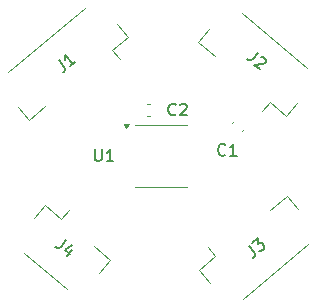
<source format=gbr>
%TF.GenerationSoftware,KiCad,Pcbnew,9.0.3*%
%TF.CreationDate,2025-07-17T11:53:43-06:00*%
%TF.ProjectId,EncoderBoard,456e636f-6465-4724-926f-6172642e6b69,rev?*%
%TF.SameCoordinates,Original*%
%TF.FileFunction,Legend,Top*%
%TF.FilePolarity,Positive*%
%FSLAX46Y46*%
G04 Gerber Fmt 4.6, Leading zero omitted, Abs format (unit mm)*
G04 Created by KiCad (PCBNEW 9.0.3) date 2025-07-17 11:53:43*
%MOMM*%
%LPD*%
G01*
G04 APERTURE LIST*
%ADD10C,0.150000*%
%ADD11C,0.120000*%
G04 APERTURE END LIST*
D10*
X141369216Y-91896629D02*
X141828350Y-92443804D01*
X141828350Y-92443804D02*
X141883698Y-92583848D01*
X141883698Y-92583848D02*
X141871959Y-92718022D01*
X141871959Y-92718022D02*
X141793133Y-92846327D01*
X141793133Y-92846327D02*
X141720177Y-92907545D01*
X142778048Y-92019886D02*
X142340308Y-92387193D01*
X142559178Y-92203540D02*
X141916390Y-91437495D01*
X141916390Y-91437495D02*
X141935261Y-91608148D01*
X141935261Y-91608148D02*
X141923522Y-91742322D01*
X141923522Y-91742322D02*
X141881174Y-91840019D01*
X144438095Y-99404819D02*
X144438095Y-100214342D01*
X144438095Y-100214342D02*
X144485714Y-100309580D01*
X144485714Y-100309580D02*
X144533333Y-100357200D01*
X144533333Y-100357200D02*
X144628571Y-100404819D01*
X144628571Y-100404819D02*
X144819047Y-100404819D01*
X144819047Y-100404819D02*
X144914285Y-100357200D01*
X144914285Y-100357200D02*
X144961904Y-100309580D01*
X144961904Y-100309580D02*
X145009523Y-100214342D01*
X145009523Y-100214342D02*
X145009523Y-99404819D01*
X146009523Y-100404819D02*
X145438095Y-100404819D01*
X145723809Y-100404819D02*
X145723809Y-99404819D01*
X145723809Y-99404819D02*
X145628571Y-99547676D01*
X145628571Y-99547676D02*
X145533333Y-99642914D01*
X145533333Y-99642914D02*
X145438095Y-99690533D01*
X141986923Y-107139641D02*
X141527789Y-107686816D01*
X141527789Y-107686816D02*
X141399484Y-107765642D01*
X141399484Y-107765642D02*
X141265309Y-107777380D01*
X141265309Y-107777380D02*
X141125265Y-107722032D01*
X141125265Y-107722032D02*
X141052309Y-107660814D01*
X142465748Y-107976559D02*
X142037223Y-108487255D01*
X142528228Y-107531688D02*
X141886703Y-107925818D01*
X141886703Y-107925818D02*
X142360921Y-108323734D01*
X158253252Y-91246568D02*
X157794118Y-91793743D01*
X157794118Y-91793743D02*
X157665813Y-91872569D01*
X157665813Y-91872569D02*
X157531638Y-91884307D01*
X157531638Y-91884307D02*
X157391594Y-91828959D01*
X157391594Y-91828959D02*
X157318638Y-91767741D01*
X158520339Y-91595005D02*
X158587426Y-91589136D01*
X158587426Y-91589136D02*
X158690992Y-91613875D01*
X158690992Y-91613875D02*
X158873383Y-91766920D01*
X158873383Y-91766920D02*
X158915731Y-91864616D01*
X158915731Y-91864616D02*
X158921600Y-91931703D01*
X158921600Y-91931703D02*
X158896861Y-92035269D01*
X158896861Y-92035269D02*
X158835643Y-92108226D01*
X158835643Y-92108226D02*
X158707338Y-92187052D01*
X158707338Y-92187052D02*
X157902291Y-92257484D01*
X157902291Y-92257484D02*
X158376509Y-92655400D01*
X157469216Y-107596629D02*
X157928350Y-108143804D01*
X157928350Y-108143804D02*
X157983698Y-108283848D01*
X157983698Y-108283848D02*
X157971959Y-108418022D01*
X157971959Y-108418022D02*
X157893133Y-108546327D01*
X157893133Y-108546327D02*
X157820177Y-108607545D01*
X157761042Y-107351758D02*
X158235260Y-106953842D01*
X158235260Y-106953842D02*
X158224784Y-107459931D01*
X158224784Y-107459931D02*
X158334219Y-107368104D01*
X158334219Y-107368104D02*
X158437784Y-107343364D01*
X158437784Y-107343364D02*
X158504871Y-107349234D01*
X158504871Y-107349234D02*
X158602568Y-107391581D01*
X158602568Y-107391581D02*
X158755612Y-107573973D01*
X158755612Y-107573973D02*
X158780352Y-107677538D01*
X158780352Y-107677538D02*
X158774482Y-107744626D01*
X158774482Y-107744626D02*
X158732135Y-107842322D01*
X158732135Y-107842322D02*
X158513265Y-108025975D01*
X158513265Y-108025975D02*
X158409699Y-108050715D01*
X158409699Y-108050715D02*
X158342612Y-108044845D01*
X155483333Y-99859580D02*
X155435714Y-99907200D01*
X155435714Y-99907200D02*
X155292857Y-99954819D01*
X155292857Y-99954819D02*
X155197619Y-99954819D01*
X155197619Y-99954819D02*
X155054762Y-99907200D01*
X155054762Y-99907200D02*
X154959524Y-99811961D01*
X154959524Y-99811961D02*
X154911905Y-99716723D01*
X154911905Y-99716723D02*
X154864286Y-99526247D01*
X154864286Y-99526247D02*
X154864286Y-99383390D01*
X154864286Y-99383390D02*
X154911905Y-99192914D01*
X154911905Y-99192914D02*
X154959524Y-99097676D01*
X154959524Y-99097676D02*
X155054762Y-99002438D01*
X155054762Y-99002438D02*
X155197619Y-98954819D01*
X155197619Y-98954819D02*
X155292857Y-98954819D01*
X155292857Y-98954819D02*
X155435714Y-99002438D01*
X155435714Y-99002438D02*
X155483333Y-99050057D01*
X156435714Y-99954819D02*
X155864286Y-99954819D01*
X156150000Y-99954819D02*
X156150000Y-98954819D01*
X156150000Y-98954819D02*
X156054762Y-99097676D01*
X156054762Y-99097676D02*
X155959524Y-99192914D01*
X155959524Y-99192914D02*
X155864286Y-99240533D01*
X151283333Y-96459580D02*
X151235714Y-96507200D01*
X151235714Y-96507200D02*
X151092857Y-96554819D01*
X151092857Y-96554819D02*
X150997619Y-96554819D01*
X150997619Y-96554819D02*
X150854762Y-96507200D01*
X150854762Y-96507200D02*
X150759524Y-96411961D01*
X150759524Y-96411961D02*
X150711905Y-96316723D01*
X150711905Y-96316723D02*
X150664286Y-96126247D01*
X150664286Y-96126247D02*
X150664286Y-95983390D01*
X150664286Y-95983390D02*
X150711905Y-95792914D01*
X150711905Y-95792914D02*
X150759524Y-95697676D01*
X150759524Y-95697676D02*
X150854762Y-95602438D01*
X150854762Y-95602438D02*
X150997619Y-95554819D01*
X150997619Y-95554819D02*
X151092857Y-95554819D01*
X151092857Y-95554819D02*
X151235714Y-95602438D01*
X151235714Y-95602438D02*
X151283333Y-95650057D01*
X151664286Y-95650057D02*
X151711905Y-95602438D01*
X151711905Y-95602438D02*
X151807143Y-95554819D01*
X151807143Y-95554819D02*
X152045238Y-95554819D01*
X152045238Y-95554819D02*
X152140476Y-95602438D01*
X152140476Y-95602438D02*
X152188095Y-95650057D01*
X152188095Y-95650057D02*
X152235714Y-95745295D01*
X152235714Y-95745295D02*
X152235714Y-95840533D01*
X152235714Y-95840533D02*
X152188095Y-95983390D01*
X152188095Y-95983390D02*
X151616667Y-96554819D01*
X151616667Y-96554819D02*
X152235714Y-96554819D01*
D11*
%TO.C,J1*%
X137940371Y-95824862D02*
X138872413Y-96935626D01*
X138872413Y-96935626D02*
X140251293Y-95778608D01*
X143558341Y-87429576D02*
X137100586Y-92848276D01*
X145897041Y-91041264D02*
X146533400Y-91799648D01*
X146343879Y-88773482D02*
X147275921Y-89884246D01*
X147275921Y-89884246D02*
X145897041Y-91041264D01*
%TO.C,U1*%
X150000000Y-97390000D02*
X147800000Y-97390000D01*
X150000000Y-97390000D02*
X152200000Y-97390000D01*
X150000000Y-102610000D02*
X147800000Y-102610000D01*
X150000000Y-102610000D02*
X152200000Y-102610000D01*
X147100000Y-97590000D02*
X146860000Y-97260000D01*
X147340000Y-97260000D01*
X147100000Y-97590000D01*
G36*
X147100000Y-97590000D02*
G01*
X146860000Y-97260000D01*
X147340000Y-97260000D01*
X147100000Y-97590000D01*
G37*
%TO.C,J4*%
X138453756Y-108228488D02*
X142038844Y-111236734D01*
X139293540Y-105251902D02*
X140225582Y-104141138D01*
X140225582Y-104141138D02*
X141604462Y-105298155D01*
X141604462Y-105298155D02*
X142240822Y-104539771D01*
X144824381Y-109892829D02*
X145756423Y-108782064D01*
X145756423Y-108782064D02*
X144377543Y-107625047D01*
%TO.C,J2*%
X153186023Y-90339451D02*
X154564902Y-91496470D01*
X154118064Y-89228688D02*
X153186023Y-90339451D01*
X159253094Y-95430330D02*
X158616734Y-96188715D01*
X160631974Y-96587348D02*
X159253094Y-95430330D01*
X161564016Y-95476583D02*
X160631974Y-96587348D01*
X162403801Y-92499997D02*
X156903602Y-87884783D01*
%TO.C,J3*%
X153236022Y-109635548D02*
X154614902Y-108478530D01*
X154168064Y-110746312D02*
X153236022Y-109635548D01*
X154614902Y-108478530D02*
X153978542Y-107720146D01*
X156953602Y-112090217D02*
X162453801Y-107475002D01*
X160681974Y-103387652D02*
X159303094Y-104544670D01*
X161614016Y-104498417D02*
X160681974Y-103387652D01*
%TO.C,C1*%
X156068954Y-97229869D02*
X156249681Y-97014488D01*
X156850319Y-97885512D02*
X157031046Y-97670131D01*
%TO.C,C2*%
X149140580Y-95590000D02*
X148859420Y-95590000D01*
X149140580Y-96610000D02*
X148859420Y-96610000D01*
%TD*%
M02*

</source>
